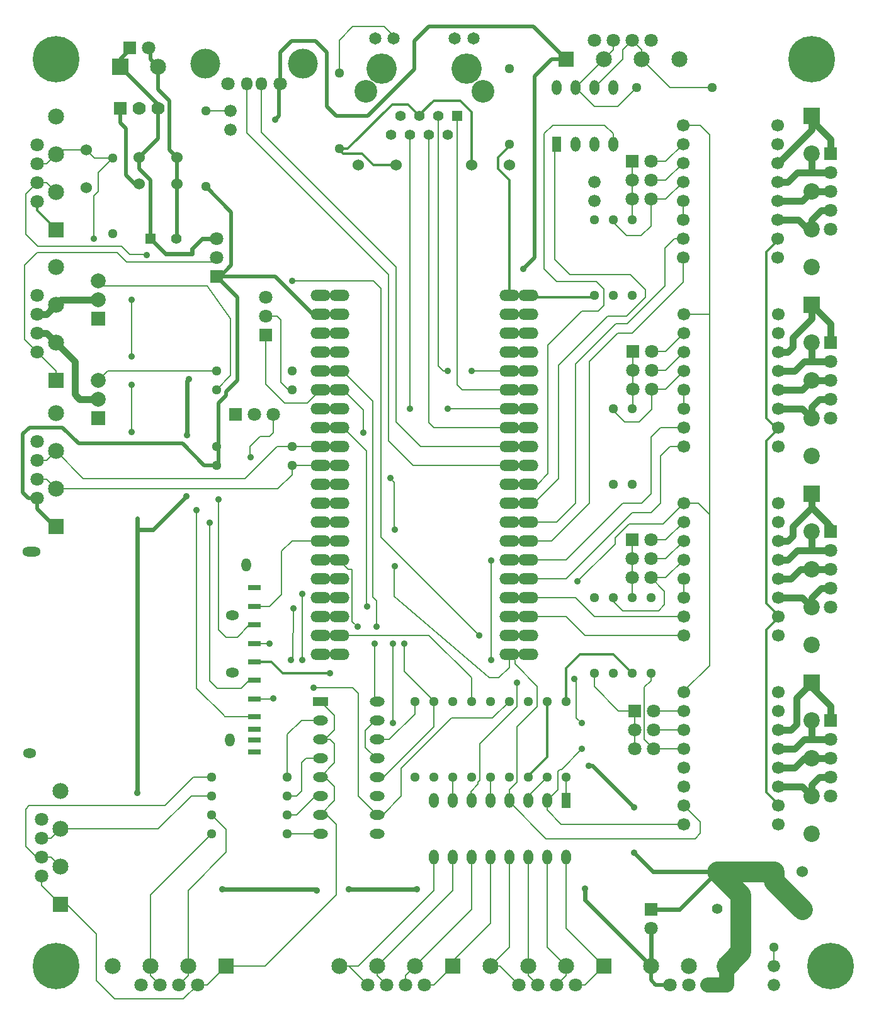
<source format=gtl>
G04 (created by PCBNEW-RS274X (2011-10-18 BZR 3179)-testing) date Mon 31 Oct 2011 11:48:22 PM CET*
G01*
G70*
G90*
%MOIN*%
G04 Gerber Fmt 3.4, Leading zero omitted, Abs format*
%FSLAX34Y34*%
G04 APERTURE LIST*
%ADD10C,0.006000*%
%ADD11R,0.084600X0.084600*%
%ADD12C,0.084600*%
%ADD13C,0.070900*%
%ADD14R,0.051200X0.078700*%
%ADD15O,0.051200X0.078700*%
%ADD16C,0.246100*%
%ADD17C,0.051200*%
%ADD18C,0.070000*%
%ADD19R,0.070000X0.070000*%
%ADD20C,0.066900*%
%ADD21R,0.078700X0.051200*%
%ADD22O,0.078700X0.051200*%
%ADD23R,0.086600X0.086600*%
%ADD24R,0.070900X0.070900*%
%ADD25C,0.086600*%
%ADD26O,0.106300X0.059100*%
%ADD27C,0.160000*%
%ADD28R,0.055000X0.055000*%
%ADD29C,0.055000*%
%ADD30C,0.120000*%
%ADD31C,0.065000*%
%ADD32C,0.060000*%
%ADD33C,0.066000*%
%ADD34C,0.078700*%
%ADD35R,0.074800X0.074800*%
%ADD36R,0.068900X0.027600*%
%ADD37O,0.050900X0.070400*%
%ADD38O,0.070400X0.050900*%
%ADD39O,0.097800X0.050900*%
%ADD40O,0.059100X0.070900*%
%ADD41C,0.157500*%
%ADD42C,0.035000*%
%ADD43C,0.013800*%
%ADD44C,0.019700*%
%ADD45C,0.008000*%
%ADD46C,0.035000*%
%ADD47C,0.023600*%
%ADD48C,0.109800*%
%ADD49C,0.079900*%
G04 APERTURE END LIST*
G54D10*
G54D11*
X49500Y-64000D03*
G54D12*
X47500Y-64000D03*
G54D13*
X48500Y-65000D03*
X47500Y-65000D03*
X46500Y-65000D03*
G54D12*
X45500Y-64000D03*
G54D14*
X40500Y-20500D03*
G54D15*
X41500Y-20500D03*
X42500Y-20500D03*
X43500Y-20500D03*
X43500Y-17500D03*
X42500Y-17500D03*
X41500Y-17500D03*
X40500Y-17500D03*
G54D16*
X14000Y-16000D03*
X54000Y-16000D03*
X14000Y-64000D03*
X55000Y-64000D03*
G54D17*
X26250Y-57000D03*
X22250Y-57000D03*
X41000Y-54000D03*
X41000Y-50000D03*
X40000Y-54000D03*
X40000Y-50000D03*
X21950Y-22750D03*
X21950Y-18750D03*
X26250Y-56000D03*
X22250Y-56000D03*
X37000Y-54000D03*
X37000Y-50000D03*
X45500Y-44500D03*
X45500Y-48500D03*
X35000Y-54000D03*
X35000Y-50000D03*
X33000Y-54000D03*
X33000Y-50000D03*
X42500Y-48500D03*
X42500Y-44500D03*
X34000Y-54000D03*
X34000Y-50000D03*
X38000Y-54000D03*
X38000Y-50000D03*
X26500Y-33500D03*
X22500Y-33500D03*
X43500Y-48500D03*
X43500Y-44500D03*
X26500Y-32500D03*
X22500Y-32500D03*
X44500Y-44500D03*
X44500Y-48500D03*
X43500Y-38500D03*
X43500Y-34500D03*
X17000Y-25250D03*
X17000Y-21250D03*
X44500Y-34500D03*
X44500Y-38500D03*
X36000Y-50000D03*
X36000Y-54000D03*
X43500Y-28500D03*
X43500Y-24500D03*
X26500Y-37500D03*
X22500Y-37500D03*
X26500Y-36500D03*
X22500Y-36500D03*
X44500Y-24500D03*
X44500Y-28500D03*
X52000Y-63000D03*
X52000Y-59000D03*
X42500Y-24500D03*
X42500Y-28500D03*
X29000Y-20750D03*
X29000Y-16750D03*
X38000Y-20500D03*
X38000Y-16500D03*
X48750Y-17500D03*
X44750Y-17500D03*
X39000Y-54000D03*
X39000Y-50000D03*
X26250Y-54000D03*
X22250Y-54000D03*
X26250Y-55000D03*
X22250Y-55000D03*
G54D18*
X19400Y-18600D03*
X18400Y-18600D03*
G54D19*
X17400Y-18600D03*
G54D11*
X14000Y-25050D03*
G54D12*
X14000Y-23050D03*
X14000Y-21050D03*
X14000Y-19050D03*
G54D13*
X13000Y-23550D03*
X13000Y-22550D03*
X13000Y-21550D03*
X13000Y-20550D03*
G54D20*
X47250Y-29500D03*
X47250Y-30500D03*
X47250Y-31500D03*
X47250Y-32500D03*
X47250Y-33500D03*
X47250Y-34500D03*
X47250Y-35500D03*
X47250Y-36500D03*
X52250Y-36500D03*
X52250Y-35500D03*
X52250Y-34500D03*
X52250Y-33500D03*
X52250Y-32500D03*
X52250Y-31500D03*
X52250Y-30500D03*
X52250Y-29500D03*
X47250Y-39500D03*
X47250Y-40500D03*
X47250Y-41500D03*
X47250Y-42500D03*
X47250Y-43500D03*
X47250Y-44500D03*
X47250Y-45500D03*
X47250Y-46500D03*
X52250Y-46500D03*
X52250Y-45500D03*
X52250Y-44500D03*
X52250Y-43500D03*
X52250Y-42500D03*
X52250Y-41500D03*
X52250Y-40500D03*
X52250Y-39500D03*
G54D11*
X41000Y-16000D03*
G54D12*
X43000Y-16000D03*
X45000Y-16000D03*
X47000Y-16000D03*
G54D13*
X42500Y-15000D03*
X43500Y-15000D03*
X44500Y-15000D03*
X45500Y-15000D03*
G54D14*
X41000Y-55250D03*
G54D15*
X40000Y-55250D03*
X39000Y-55250D03*
X38000Y-55250D03*
X37000Y-55250D03*
X36000Y-55250D03*
X35000Y-55250D03*
X34000Y-55250D03*
X34000Y-58250D03*
X35000Y-58250D03*
X36000Y-58250D03*
X37000Y-58250D03*
X38000Y-58250D03*
X39000Y-58250D03*
X40000Y-58250D03*
X41000Y-58250D03*
G54D21*
X28000Y-50000D03*
G54D22*
X28000Y-51000D03*
X28000Y-52000D03*
X28000Y-53000D03*
X28000Y-54000D03*
X28000Y-55000D03*
X28000Y-56000D03*
X28000Y-57000D03*
X31000Y-57000D03*
X31000Y-56000D03*
X31000Y-55000D03*
X31000Y-54000D03*
X31000Y-53000D03*
X31000Y-52000D03*
X31000Y-51000D03*
X31000Y-50000D03*
G54D23*
X17400Y-16400D03*
G54D12*
X19400Y-16400D03*
G54D24*
X17900Y-15400D03*
G54D13*
X18900Y-15400D03*
G54D11*
X14000Y-33000D03*
G54D12*
X14000Y-31000D03*
X14000Y-29000D03*
X14000Y-27000D03*
G54D13*
X13000Y-31500D03*
X13000Y-30500D03*
X13000Y-29500D03*
X13000Y-28500D03*
G54D11*
X14250Y-60750D03*
G54D12*
X14250Y-58750D03*
X14250Y-56750D03*
X14250Y-54750D03*
G54D13*
X13250Y-59250D03*
X13250Y-58250D03*
X13250Y-57250D03*
X13250Y-56250D03*
G54D11*
X23000Y-64000D03*
G54D12*
X21000Y-64000D03*
X19000Y-64000D03*
X17000Y-64000D03*
G54D13*
X21500Y-65000D03*
X20500Y-65000D03*
X19500Y-65000D03*
X18500Y-65000D03*
G54D11*
X43000Y-64000D03*
G54D12*
X41000Y-64000D03*
X39000Y-64000D03*
X37000Y-64000D03*
G54D13*
X41500Y-65000D03*
X40500Y-65000D03*
X39500Y-65000D03*
X38500Y-65000D03*
G54D11*
X14000Y-40750D03*
G54D12*
X14000Y-38750D03*
X14000Y-36750D03*
X14000Y-34750D03*
G54D13*
X13000Y-39250D03*
X13000Y-38250D03*
X13000Y-37250D03*
X13000Y-36250D03*
G54D11*
X35000Y-64000D03*
G54D12*
X33000Y-64000D03*
X31000Y-64000D03*
X29000Y-64000D03*
G54D13*
X33500Y-65000D03*
X32500Y-65000D03*
X31500Y-65000D03*
X30500Y-65000D03*
G54D23*
X54000Y-49000D03*
G54D25*
X54000Y-51000D03*
X54000Y-53000D03*
X54000Y-55000D03*
G54D24*
X55000Y-51000D03*
G54D13*
X55000Y-52000D03*
X55000Y-53000D03*
X55000Y-54000D03*
G54D25*
X54000Y-57000D03*
G54D13*
X55000Y-55000D03*
G54D23*
X54000Y-39000D03*
G54D25*
X54000Y-41000D03*
X54000Y-43000D03*
X54000Y-45000D03*
G54D24*
X55000Y-41000D03*
G54D13*
X55000Y-42000D03*
X55000Y-43000D03*
X55000Y-44000D03*
G54D25*
X54000Y-47000D03*
G54D13*
X55000Y-45000D03*
G54D23*
X54000Y-19000D03*
G54D25*
X54000Y-21000D03*
X54000Y-23000D03*
X54000Y-25000D03*
G54D24*
X55000Y-21000D03*
G54D13*
X55000Y-22000D03*
X55000Y-23000D03*
X55000Y-24000D03*
G54D25*
X54000Y-27000D03*
G54D13*
X55000Y-25000D03*
G54D23*
X54000Y-29000D03*
G54D25*
X54000Y-31000D03*
X54000Y-33000D03*
X54000Y-35000D03*
G54D24*
X55000Y-31000D03*
G54D13*
X55000Y-32000D03*
X55000Y-33000D03*
X55000Y-34000D03*
G54D25*
X54000Y-37000D03*
G54D13*
X55000Y-35000D03*
G54D26*
X39000Y-28500D03*
X39000Y-29500D03*
X39000Y-30500D03*
X39000Y-31500D03*
X39000Y-32500D03*
X39000Y-33500D03*
X39000Y-34500D03*
X39000Y-35500D03*
X39000Y-36500D03*
X39000Y-37500D03*
X39000Y-38500D03*
X39000Y-39500D03*
X39000Y-40500D03*
X39000Y-41500D03*
X39000Y-42500D03*
X39000Y-43500D03*
X39000Y-44500D03*
X39000Y-45500D03*
X39000Y-46500D03*
X39000Y-47500D03*
X28000Y-47500D03*
X28000Y-46500D03*
X28000Y-45500D03*
X28000Y-44500D03*
X28000Y-43500D03*
X28000Y-42500D03*
X28000Y-41500D03*
X28000Y-40500D03*
X28000Y-39500D03*
X28000Y-38500D03*
X28000Y-37500D03*
X28000Y-36500D03*
X28000Y-35500D03*
X28000Y-34500D03*
X28000Y-33500D03*
X28000Y-32500D03*
X28000Y-31500D03*
X28000Y-30500D03*
X28000Y-29500D03*
X28000Y-28500D03*
X29000Y-28500D03*
X29000Y-29500D03*
X29000Y-30500D03*
X29000Y-31500D03*
X29000Y-32500D03*
X29000Y-33500D03*
X29000Y-34500D03*
X29000Y-35500D03*
X29000Y-36500D03*
X29000Y-37500D03*
X29000Y-38500D03*
X29000Y-39500D03*
X29000Y-40500D03*
X29000Y-41500D03*
X29000Y-42500D03*
X29000Y-43500D03*
X29000Y-44500D03*
X29000Y-45500D03*
X29000Y-46500D03*
X29000Y-47500D03*
X38000Y-47500D03*
X38000Y-46500D03*
X38000Y-45500D03*
X38000Y-44500D03*
X38000Y-43500D03*
X38000Y-42500D03*
X38000Y-41500D03*
X38000Y-40500D03*
X38000Y-39500D03*
X38000Y-38500D03*
X38000Y-37500D03*
X38000Y-36500D03*
X38000Y-35500D03*
X38000Y-34500D03*
X38000Y-33500D03*
X38000Y-32500D03*
X38000Y-31500D03*
X38000Y-30500D03*
X38000Y-29500D03*
X38000Y-28500D03*
G54D24*
X44660Y-50500D03*
G54D13*
X45660Y-50500D03*
X44660Y-51500D03*
X45660Y-51500D03*
X44660Y-52500D03*
X45660Y-52500D03*
G54D24*
X44500Y-21420D03*
G54D13*
X45500Y-21420D03*
X44500Y-22420D03*
X45500Y-22420D03*
X44500Y-23420D03*
X45500Y-23420D03*
G54D24*
X44500Y-41460D03*
G54D13*
X45500Y-41460D03*
X44500Y-42460D03*
X45500Y-42460D03*
X44500Y-43460D03*
X45500Y-43460D03*
G54D24*
X44540Y-31480D03*
G54D13*
X45540Y-31480D03*
X44540Y-32480D03*
X45540Y-32480D03*
X44540Y-33480D03*
X45540Y-33480D03*
G54D20*
X47200Y-19500D03*
X47200Y-20500D03*
X47200Y-21500D03*
X47200Y-22500D03*
X47200Y-23500D03*
X47200Y-24500D03*
X47200Y-25500D03*
X47200Y-26500D03*
X52200Y-26500D03*
X52200Y-25500D03*
X52200Y-24500D03*
X52200Y-23500D03*
X52200Y-22500D03*
X52200Y-21500D03*
X52200Y-20500D03*
X52200Y-19500D03*
X47250Y-49500D03*
X47250Y-50500D03*
X47250Y-51500D03*
X47250Y-52500D03*
X47250Y-53500D03*
X47250Y-54500D03*
X47250Y-55500D03*
X47250Y-56500D03*
X52250Y-56500D03*
X52250Y-55500D03*
X52250Y-54500D03*
X52250Y-53500D03*
X52250Y-52500D03*
X52250Y-51500D03*
X52250Y-50500D03*
X52250Y-49500D03*
G54D24*
X22500Y-27500D03*
G54D13*
X22500Y-26500D03*
X22500Y-25500D03*
G54D27*
X31250Y-16500D03*
X35750Y-16500D03*
G54D28*
X35250Y-19000D03*
G54D29*
X34750Y-20000D03*
X34250Y-19000D03*
X33750Y-20000D03*
X33250Y-19000D03*
X32750Y-20000D03*
X32250Y-19000D03*
X31750Y-20000D03*
G54D30*
X36600Y-17700D03*
X30400Y-17700D03*
G54D31*
X36100Y-14900D03*
X35110Y-14900D03*
X31890Y-14900D03*
X30900Y-14900D03*
G54D32*
X53500Y-59000D03*
X53500Y-61000D03*
X15600Y-22800D03*
X15600Y-20800D03*
X38000Y-21600D03*
X36000Y-21600D03*
X30000Y-21600D03*
X32000Y-21600D03*
X20400Y-21200D03*
X18400Y-21200D03*
X20400Y-22600D03*
X18400Y-22600D03*
G54D33*
X42500Y-23500D03*
X42500Y-22500D03*
X23250Y-18750D03*
X23250Y-19750D03*
G54D28*
X49000Y-59000D03*
G54D29*
X49000Y-60969D03*
G54D28*
X19000Y-25500D03*
G54D29*
X20378Y-25500D03*
G54D34*
X16250Y-33000D03*
X16250Y-34000D03*
G54D35*
X16250Y-35000D03*
G54D34*
X16250Y-27750D03*
X16250Y-28750D03*
G54D35*
X16250Y-29750D03*
G54D24*
X45500Y-61000D03*
G54D13*
X45500Y-62000D03*
G54D24*
X23500Y-34800D03*
G54D13*
X24500Y-34800D03*
X25500Y-34800D03*
G54D24*
X25100Y-30600D03*
G54D13*
X25100Y-29600D03*
X25100Y-28600D03*
G54D36*
X24500Y-44978D03*
X24500Y-45957D03*
X24500Y-46935D03*
X24500Y-47913D03*
X24500Y-48890D03*
X24500Y-49869D03*
X24500Y-50818D03*
X24500Y-51483D03*
X24500Y-43963D03*
X24500Y-52050D03*
X24500Y-52676D03*
G54D37*
X24081Y-42770D03*
G54D38*
X23364Y-45443D03*
X23364Y-48463D03*
X12616Y-52758D03*
G54D37*
X23222Y-52053D03*
G54D39*
X12719Y-42085D03*
G54D40*
X24105Y-17320D03*
X24895Y-17320D03*
G54D13*
X23125Y-17320D03*
G54D41*
X21915Y-16250D03*
X27085Y-16250D03*
G54D13*
X25875Y-17320D03*
G54D33*
X52000Y-64000D03*
X52000Y-65000D03*
G54D42*
X28500Y-48500D03*
X38750Y-27100D03*
X25600Y-19200D03*
X25300Y-46950D03*
X25500Y-49850D03*
X16000Y-25500D03*
X18000Y-28750D03*
X18000Y-31750D03*
X18000Y-33250D03*
X18000Y-35750D03*
X41620Y-43660D03*
X31950Y-42850D03*
X24325Y-37075D03*
X31700Y-38175D03*
X31950Y-40925D03*
X36400Y-46500D03*
X26500Y-27750D03*
X41454Y-48804D03*
X41846Y-51156D03*
X41846Y-52528D03*
X30870Y-46942D03*
X29988Y-46060D03*
X30478Y-44982D03*
X32438Y-46942D03*
X21457Y-39862D03*
X22600Y-39300D03*
X22146Y-40551D03*
X34750Y-34500D03*
X32750Y-34500D03*
X36000Y-32500D03*
X34750Y-32500D03*
X18825Y-26375D03*
X30282Y-35770D03*
X37044Y-42532D03*
X38416Y-49000D03*
X37044Y-47824D03*
X30968Y-46060D03*
X31850Y-51156D03*
X31850Y-46942D03*
X27636Y-49294D03*
X26460Y-47824D03*
X26575Y-45075D03*
X27048Y-47824D03*
X27048Y-44296D03*
X42000Y-59900D03*
X33100Y-59950D03*
X29500Y-59950D03*
X27800Y-60000D03*
X22800Y-59950D03*
X18300Y-54850D03*
X20900Y-39150D03*
X20950Y-35900D03*
X21050Y-32950D03*
X52250Y-49500D03*
X44600Y-58000D03*
X42200Y-53400D03*
X44600Y-55600D03*
G54D43*
X26000Y-48500D02*
X25413Y-47913D01*
X39000Y-53950D02*
X40000Y-52950D01*
X44500Y-48500D02*
X43500Y-47500D01*
X41000Y-48250D02*
X41000Y-50000D01*
X41750Y-47500D02*
X41000Y-48250D01*
X43500Y-47500D02*
X41750Y-47500D01*
X33250Y-19000D02*
X33250Y-18950D01*
X36000Y-18800D02*
X36000Y-21600D01*
X35400Y-18200D02*
X36000Y-18800D01*
X34000Y-18200D02*
X35400Y-18200D01*
X33250Y-18950D02*
X34000Y-18200D01*
X29000Y-20750D02*
X29450Y-20750D01*
X32650Y-18400D02*
X33250Y-19000D01*
X31800Y-18400D02*
X32650Y-18400D01*
X29450Y-20750D02*
X31800Y-18400D01*
X52250Y-35500D02*
X52200Y-35600D01*
X52200Y-35600D02*
X51600Y-35000D01*
X51600Y-35000D02*
X51600Y-26200D01*
X51600Y-26200D02*
X52200Y-25600D01*
X52200Y-25600D02*
X52200Y-25500D01*
X52250Y-45500D02*
X52200Y-45600D01*
X52200Y-45600D02*
X51600Y-46200D01*
X51600Y-46200D02*
X51600Y-54800D01*
X51600Y-54800D02*
X52200Y-55400D01*
X52200Y-55400D02*
X52200Y-55600D01*
X52200Y-55600D02*
X52250Y-55500D01*
X52250Y-35500D02*
X52200Y-35600D01*
X52200Y-35600D02*
X51600Y-36200D01*
X51600Y-36200D02*
X51600Y-44800D01*
X51600Y-44800D02*
X52200Y-45400D01*
X52200Y-45400D02*
X52200Y-45600D01*
X52200Y-45600D02*
X52250Y-45500D01*
X38000Y-20500D02*
X38000Y-20600D01*
X38000Y-20600D02*
X37400Y-21200D01*
X37400Y-21200D02*
X37400Y-21800D01*
X25413Y-47913D02*
X24500Y-47913D01*
X38000Y-22400D02*
X38000Y-28500D01*
X39000Y-54000D02*
X39000Y-53950D01*
X40000Y-52950D02*
X40000Y-50000D01*
X32000Y-21600D02*
X30800Y-21600D01*
X30800Y-21600D02*
X30200Y-21000D01*
X30200Y-21000D02*
X29200Y-21000D01*
X29200Y-21000D02*
X29000Y-20800D01*
X29000Y-20800D02*
X29000Y-20750D01*
X14000Y-25050D02*
X14000Y-25000D01*
X14000Y-25000D02*
X13000Y-24000D01*
X13000Y-24000D02*
X13000Y-23550D01*
X39000Y-28500D02*
X39000Y-28600D01*
X39000Y-28600D02*
X42600Y-28600D01*
X42600Y-28600D02*
X42500Y-28500D01*
X28500Y-48500D02*
X26000Y-48500D01*
X37400Y-21800D02*
X38000Y-22400D01*
G54D44*
X17717Y-19686D02*
X17400Y-19369D01*
X17400Y-19369D02*
X17400Y-18600D01*
X18171Y-22600D02*
X17717Y-22146D01*
X25875Y-17320D02*
X25875Y-15660D01*
X39272Y-14272D02*
X41000Y-16000D01*
X33760Y-14272D02*
X39272Y-14272D01*
X32972Y-15060D02*
X33760Y-14272D01*
X32972Y-16536D02*
X32972Y-15060D01*
X30512Y-18996D02*
X32972Y-16536D01*
X28838Y-18996D02*
X30512Y-18996D01*
X28346Y-18504D02*
X28838Y-18996D01*
X28346Y-15649D02*
X28346Y-18504D01*
X27756Y-15059D02*
X28346Y-15649D01*
X26476Y-15059D02*
X27756Y-15059D01*
X25875Y-15660D02*
X26476Y-15059D01*
X22500Y-37500D02*
X21850Y-37500D01*
X12550Y-39250D02*
X13000Y-39250D01*
X12250Y-38950D02*
X12550Y-39250D01*
X12250Y-35850D02*
X12250Y-38950D01*
X12600Y-35500D02*
X12250Y-35850D01*
X14350Y-35500D02*
X12600Y-35500D01*
X15200Y-36350D02*
X14350Y-35500D01*
X20700Y-36350D02*
X15200Y-36350D01*
X21850Y-37500D02*
X20700Y-36350D01*
X25800Y-19000D02*
X25800Y-17400D01*
X38750Y-27100D02*
X39350Y-26500D01*
X39350Y-26500D02*
X39350Y-16900D01*
X39350Y-16900D02*
X40250Y-16000D01*
X40250Y-16000D02*
X41000Y-16000D01*
X25600Y-19200D02*
X25800Y-19000D01*
X17717Y-22146D02*
X17717Y-19686D01*
X25800Y-17400D02*
X25875Y-17320D01*
X22500Y-27500D02*
X23600Y-28600D01*
X23600Y-28600D02*
X23600Y-33000D01*
X23600Y-33000D02*
X23000Y-33600D01*
X23000Y-33600D02*
X23000Y-33800D01*
X23000Y-33800D02*
X22600Y-34200D01*
X22600Y-34200D02*
X22600Y-36600D01*
X22600Y-36600D02*
X22500Y-36500D01*
X21950Y-22750D02*
X23296Y-24096D01*
X23296Y-24096D02*
X23296Y-26900D01*
X23296Y-26900D02*
X22600Y-27596D01*
X22600Y-27596D02*
X22600Y-27600D01*
X22600Y-27600D02*
X22500Y-27500D01*
X14000Y-40750D02*
X14000Y-40800D01*
X13000Y-39800D02*
X13000Y-39250D01*
X14000Y-40800D02*
X13000Y-39800D01*
X22500Y-37500D02*
X22600Y-37600D01*
X22600Y-37600D02*
X22600Y-36600D01*
X22600Y-36600D02*
X22500Y-36500D01*
X22500Y-27500D02*
X25600Y-27500D01*
X27600Y-29500D02*
X28000Y-29500D01*
X18400Y-22600D02*
X18171Y-22600D01*
X25600Y-27500D02*
X27600Y-29500D01*
G54D45*
X24500Y-46935D02*
X25285Y-46935D01*
X25285Y-46935D02*
X25300Y-46950D01*
X24500Y-49869D02*
X25381Y-49869D01*
X25450Y-49800D02*
X25500Y-49850D01*
X25381Y-49869D02*
X25450Y-49800D01*
X31000Y-51000D02*
X30968Y-50960D01*
X30968Y-50960D02*
X30380Y-51548D01*
X30380Y-51548D02*
X30380Y-52430D01*
X30380Y-52430D02*
X30968Y-53018D01*
X30968Y-53018D02*
X31000Y-53000D01*
G54D44*
X20400Y-21200D02*
X20000Y-20800D01*
X20000Y-20800D02*
X20000Y-18200D01*
X20000Y-18200D02*
X19400Y-17600D01*
X19400Y-17600D02*
X19400Y-16400D01*
X20400Y-22600D02*
X20400Y-25600D01*
X19400Y-16400D02*
X19000Y-16000D01*
X19000Y-16000D02*
X19000Y-15400D01*
X19000Y-15400D02*
X18900Y-15400D01*
X20400Y-22600D02*
X20400Y-21200D01*
X20400Y-25600D02*
X20378Y-25500D01*
G54D46*
X54500Y-24000D02*
X55000Y-24000D01*
X52200Y-24500D02*
X53300Y-24500D01*
X53300Y-24500D02*
X53800Y-25000D01*
G54D45*
X54000Y-24500D02*
X54500Y-24000D01*
X54500Y-24000D02*
X55000Y-24000D01*
G54D46*
X53800Y-25000D02*
X54000Y-25000D01*
X54000Y-24500D02*
X54500Y-24000D01*
X54000Y-25000D02*
X54000Y-24500D01*
G54D45*
X54000Y-19250D02*
X55000Y-20250D01*
X52250Y-21500D02*
X54000Y-19750D01*
G54D46*
X52200Y-21500D02*
X52250Y-21500D01*
X54000Y-19750D02*
X54000Y-19000D01*
G54D45*
X54000Y-19750D02*
X54000Y-19000D01*
G54D46*
X52250Y-21500D02*
X54000Y-19750D01*
G54D45*
X55000Y-20250D02*
X55000Y-21000D01*
G54D46*
X55000Y-20250D02*
X55000Y-21000D01*
X54000Y-19250D02*
X55000Y-20250D01*
X54000Y-19000D02*
X54000Y-19250D01*
X54000Y-29750D02*
X54000Y-29000D01*
G54D45*
X53000Y-30750D02*
X54000Y-29750D01*
G54D46*
X53000Y-31250D02*
X53000Y-30750D01*
X53000Y-30750D02*
X54000Y-29750D01*
X54000Y-29000D02*
X55000Y-30000D01*
G54D45*
X55000Y-31000D02*
X55000Y-30000D01*
X54000Y-29750D02*
X54000Y-29000D01*
G54D46*
X52750Y-31500D02*
X53000Y-31250D01*
G54D45*
X53000Y-31250D02*
X53000Y-30750D01*
X52750Y-31500D02*
X53000Y-31250D01*
G54D46*
X52250Y-31500D02*
X52750Y-31500D01*
X55000Y-30000D02*
X55000Y-31000D01*
G54D45*
X44500Y-23420D02*
X44500Y-24500D01*
X44500Y-21420D02*
X44500Y-22420D01*
X44500Y-22420D02*
X44500Y-23420D01*
X46280Y-22420D02*
X47200Y-21500D01*
X45500Y-22420D02*
X46280Y-22420D01*
X46280Y-21420D02*
X47200Y-20500D01*
X45500Y-21420D02*
X46280Y-21420D01*
X46220Y-44880D02*
X46220Y-44180D01*
X46290Y-43460D02*
X47250Y-42500D01*
X45900Y-45200D02*
X46220Y-44880D01*
X45500Y-43460D02*
X46290Y-43460D01*
X44000Y-45200D02*
X45900Y-45200D01*
X43500Y-44500D02*
X43500Y-44700D01*
X43500Y-44700D02*
X44000Y-45200D01*
X46220Y-44180D02*
X45500Y-43460D01*
X44500Y-41460D02*
X44500Y-42460D01*
X44500Y-42460D02*
X44500Y-43460D01*
X44500Y-44500D02*
X44500Y-41460D01*
X47250Y-44500D02*
X47250Y-43500D01*
X45500Y-42460D02*
X46290Y-42460D01*
X46290Y-42460D02*
X47250Y-41500D01*
X46290Y-41460D02*
X47250Y-40500D01*
X45500Y-41460D02*
X46290Y-41460D01*
X46270Y-32480D02*
X47250Y-31500D01*
X45540Y-32480D02*
X46270Y-32480D01*
X46270Y-31480D02*
X47250Y-30500D01*
X45540Y-31480D02*
X46270Y-31480D01*
X44540Y-31480D02*
X44540Y-34460D01*
X44540Y-34460D02*
X44500Y-34500D01*
X44540Y-32480D02*
X44540Y-33480D01*
X44540Y-31480D02*
X44540Y-32480D01*
X22250Y-26750D02*
X17750Y-26750D01*
X14000Y-32500D02*
X13000Y-31500D01*
X13000Y-26250D02*
X12350Y-26900D01*
X17750Y-26750D02*
X17250Y-26250D01*
X12350Y-26900D02*
X12350Y-30850D01*
X17250Y-26250D02*
X13000Y-26250D01*
X14000Y-33000D02*
X14000Y-32500D01*
X22500Y-26500D02*
X22250Y-26750D01*
X12350Y-30850D02*
X13000Y-31500D01*
X44000Y-16000D02*
X44000Y-15500D01*
X42500Y-17500D02*
X44000Y-16000D01*
X45000Y-15500D02*
X45000Y-16000D01*
X45000Y-16000D02*
X46500Y-17500D01*
X46500Y-17500D02*
X48750Y-17500D01*
X44000Y-15500D02*
X44500Y-15000D01*
X44500Y-15000D02*
X45000Y-15500D01*
X43000Y-16000D02*
X43500Y-15500D01*
X41500Y-17500D02*
X43000Y-16000D01*
X43500Y-15500D02*
X43500Y-15000D01*
X41500Y-17500D02*
X42500Y-18500D01*
X43750Y-18500D02*
X44750Y-17500D01*
X42500Y-18500D02*
X43750Y-18500D01*
X15600Y-20800D02*
X14250Y-20800D01*
X13000Y-21550D02*
X13500Y-21550D01*
X36000Y-50000D02*
X36000Y-48750D01*
X33750Y-46500D02*
X28000Y-46500D01*
X16250Y-22000D02*
X16250Y-23000D01*
X18000Y-28750D02*
X18000Y-31750D01*
X17000Y-21250D02*
X16250Y-22000D01*
X18000Y-33250D02*
X18000Y-35750D01*
X16000Y-23250D02*
X16000Y-25500D01*
X36000Y-48750D02*
X33750Y-46500D01*
X17000Y-21250D02*
X16050Y-21250D01*
X16050Y-21250D02*
X15600Y-20800D01*
X14250Y-20800D02*
X14000Y-21050D01*
X28000Y-46500D02*
X29000Y-46500D01*
X16250Y-23000D02*
X16000Y-23250D01*
X13500Y-21550D02*
X14000Y-21050D01*
G54D46*
X14000Y-31000D02*
X13600Y-30600D01*
X13000Y-30500D02*
X13500Y-30500D01*
X15250Y-34000D02*
X15000Y-33750D01*
G54D45*
X15000Y-32000D02*
X15000Y-33750D01*
G54D46*
X13500Y-30500D02*
X14000Y-31000D01*
X15000Y-32000D02*
X14000Y-31000D01*
X16250Y-34000D02*
X15250Y-34000D01*
X15000Y-33750D02*
X15000Y-32000D01*
G54D45*
X16750Y-32500D02*
X22500Y-32500D01*
X16250Y-33000D02*
X16750Y-32500D01*
X16500Y-28000D02*
X16250Y-27750D01*
X22500Y-33500D02*
X23250Y-32750D01*
X23250Y-32750D02*
X23250Y-29750D01*
X16500Y-28000D02*
X22000Y-28000D01*
X22000Y-28000D02*
X23250Y-29750D01*
X26300Y-33500D02*
X26500Y-33500D01*
X25900Y-29800D02*
X25900Y-33100D01*
X25700Y-29600D02*
X25900Y-29800D01*
X25100Y-29600D02*
X25700Y-29600D01*
X25900Y-33100D02*
X26300Y-33500D01*
G54D46*
X53500Y-34500D02*
X54000Y-35000D01*
X52250Y-34500D02*
X53500Y-34500D01*
G54D45*
X53500Y-34500D02*
X54000Y-35000D01*
G54D46*
X54000Y-35000D02*
X54000Y-34400D01*
X54400Y-34000D02*
X55000Y-34000D01*
X54000Y-34400D02*
X54400Y-34000D01*
G54D45*
X41000Y-43500D02*
X38000Y-43500D01*
X44500Y-40000D02*
X41000Y-43500D01*
X45500Y-40000D02*
X44500Y-40000D01*
X46000Y-39500D02*
X45500Y-40000D01*
X46000Y-37000D02*
X46000Y-39500D01*
X46500Y-36500D02*
X46000Y-37000D01*
X47250Y-36500D02*
X46500Y-36500D01*
X47200Y-19500D02*
X48100Y-19500D01*
X43600Y-41360D02*
X44360Y-40600D01*
X46150Y-40600D02*
X47250Y-39500D01*
X44360Y-40600D02*
X46150Y-40600D01*
X43600Y-41680D02*
X43600Y-41360D01*
X41620Y-43660D02*
X43600Y-41680D01*
X47250Y-29500D02*
X48600Y-29500D01*
X28000Y-34500D02*
X29000Y-34500D01*
X48600Y-20000D02*
X48600Y-29500D01*
X48100Y-19500D02*
X48600Y-20000D01*
X48600Y-29500D02*
X48600Y-40300D01*
X47250Y-49500D02*
X47250Y-49450D01*
X47250Y-49450D02*
X48600Y-48100D01*
X48600Y-48100D02*
X48600Y-40300D01*
X48000Y-39500D02*
X47250Y-39500D01*
X48600Y-40100D02*
X48000Y-39500D01*
X48600Y-40300D02*
X48600Y-40100D01*
G54D46*
X52250Y-43500D02*
X52900Y-43500D01*
G54D45*
X53000Y-43500D02*
X52250Y-43500D01*
X54000Y-43000D02*
X53500Y-43000D01*
X53500Y-43000D02*
X53000Y-43500D01*
X54000Y-43000D02*
X55000Y-43000D01*
G54D46*
X53400Y-43000D02*
X55000Y-43000D01*
X52900Y-43500D02*
X53400Y-43000D01*
G54D45*
X54500Y-44000D02*
X54000Y-44500D01*
G54D46*
X53500Y-44500D02*
X54000Y-45000D01*
G54D45*
X55000Y-44000D02*
X54500Y-44000D01*
G54D46*
X54000Y-45000D02*
X54000Y-44500D01*
X54500Y-44000D02*
X55000Y-44000D01*
G54D45*
X53500Y-44500D02*
X54000Y-45000D01*
G54D46*
X54000Y-44500D02*
X54500Y-44000D01*
X52250Y-44500D02*
X53500Y-44500D01*
G54D45*
X38000Y-45500D02*
X39000Y-45500D01*
X42000Y-46500D02*
X47250Y-46500D01*
X41000Y-45500D02*
X42000Y-46500D01*
X39000Y-45500D02*
X41000Y-45500D01*
X38024Y-47530D02*
X38318Y-47824D01*
X31900Y-44450D02*
X31900Y-42900D01*
X36950Y-48750D02*
X31900Y-44450D01*
X37450Y-48750D02*
X36950Y-48750D01*
X31925Y-40900D02*
X31925Y-38400D01*
X38000Y-48200D02*
X37450Y-48750D01*
X31925Y-38400D02*
X31700Y-38175D01*
X24325Y-37075D02*
X24275Y-37025D01*
X24275Y-37025D02*
X24275Y-36525D01*
X24275Y-36525D02*
X24825Y-35975D01*
X25300Y-35975D02*
X25500Y-35775D01*
X38000Y-47500D02*
X38000Y-48200D01*
X31900Y-42900D02*
X31950Y-42850D01*
X38000Y-55250D02*
X38000Y-55322D01*
X48130Y-56380D02*
X47250Y-55500D01*
X48130Y-56988D02*
X48130Y-56380D01*
X47835Y-57283D02*
X48130Y-56988D01*
X39961Y-57283D02*
X47835Y-57283D01*
X38000Y-55322D02*
X39961Y-57283D01*
X38000Y-47500D02*
X38024Y-47530D01*
X24825Y-35975D02*
X25300Y-35975D01*
X38318Y-47824D02*
X38318Y-48020D01*
X38318Y-48020D02*
X39495Y-49197D01*
X39495Y-49197D02*
X39495Y-50273D01*
X39495Y-50273D02*
X38416Y-51352D01*
X38416Y-51352D02*
X38416Y-54292D01*
X38416Y-54292D02*
X38024Y-54684D01*
X38024Y-54684D02*
X38024Y-55272D01*
X38024Y-55272D02*
X38000Y-55250D01*
X31950Y-40925D02*
X31925Y-40900D01*
X25500Y-35775D02*
X25500Y-34800D01*
G54D46*
X54400Y-54000D02*
X54000Y-54400D01*
X54000Y-54400D02*
X54000Y-55000D01*
X52250Y-54500D02*
X53500Y-54500D01*
X53500Y-54500D02*
X54000Y-55000D01*
X55000Y-54000D02*
X54400Y-54000D01*
G54D45*
X41552Y-48934D02*
X41552Y-48804D01*
X31200Y-30200D02*
X31200Y-41300D01*
X30800Y-27750D02*
X26500Y-27750D01*
X31200Y-28150D02*
X30800Y-27750D01*
X41454Y-48804D02*
X41454Y-48836D01*
X41454Y-48836D02*
X41552Y-48934D01*
X40000Y-55250D02*
X39984Y-55272D01*
X41552Y-50862D02*
X41552Y-48934D01*
X41846Y-51156D02*
X41552Y-50862D01*
X40768Y-53606D02*
X41846Y-52528D01*
X40670Y-53606D02*
X40768Y-53606D01*
X40572Y-53704D02*
X40670Y-53606D01*
X40572Y-54684D02*
X40572Y-53704D01*
X39984Y-55272D02*
X40572Y-54684D01*
X31200Y-30200D02*
X31200Y-28150D01*
X40000Y-55250D02*
X40000Y-55750D01*
X40750Y-56500D02*
X47250Y-56500D01*
X40000Y-55750D02*
X40750Y-56500D01*
X39000Y-46500D02*
X38000Y-46500D01*
X31200Y-41300D02*
X36400Y-46500D01*
X38000Y-44500D02*
X41500Y-44500D01*
X41500Y-44500D02*
X42500Y-45500D01*
X42500Y-45500D02*
X47250Y-45500D01*
X29000Y-47500D02*
X28000Y-47500D01*
X43500Y-19950D02*
X43500Y-20500D01*
X43000Y-28182D02*
X42600Y-27782D01*
X40532Y-27782D02*
X39850Y-27100D01*
X42600Y-27782D02*
X40532Y-27782D01*
X39000Y-38500D02*
X39500Y-38500D01*
X43000Y-29050D02*
X43000Y-28182D01*
X42700Y-29350D02*
X43000Y-29050D01*
X41850Y-29350D02*
X42700Y-29350D01*
X40050Y-31150D02*
X41850Y-29350D01*
X40050Y-37950D02*
X40050Y-31150D01*
X39500Y-38500D02*
X40050Y-37950D01*
X40300Y-19500D02*
X43050Y-19500D01*
X39850Y-19950D02*
X40300Y-19500D01*
X39850Y-27100D02*
X39850Y-19950D01*
X43050Y-19500D02*
X43500Y-19950D01*
X45500Y-36000D02*
X45500Y-39000D01*
X47250Y-35500D02*
X46000Y-35500D01*
X41000Y-42500D02*
X38000Y-42500D01*
X45500Y-39000D02*
X45000Y-39500D01*
X46000Y-35500D02*
X45500Y-36000D01*
X44000Y-39500D02*
X41000Y-42500D01*
X45000Y-39500D02*
X44000Y-39500D01*
X30968Y-49980D02*
X30870Y-49882D01*
X31000Y-50000D02*
X30968Y-49980D01*
X29988Y-46060D02*
X29694Y-45766D01*
X29694Y-43022D02*
X29498Y-43022D01*
X29498Y-43022D02*
X29008Y-42532D01*
X29008Y-42532D02*
X29000Y-42500D01*
X30870Y-49882D02*
X30870Y-46942D01*
X29694Y-45766D02*
X29694Y-43022D01*
X21950Y-18750D02*
X23250Y-18750D01*
X52000Y-63000D02*
X52000Y-64000D01*
X19000Y-64000D02*
X19000Y-60250D01*
X19000Y-64500D02*
X19500Y-65000D01*
X19000Y-64000D02*
X19000Y-64500D01*
X19000Y-60250D02*
X22250Y-57000D01*
X23031Y-57973D02*
X23031Y-56781D01*
X21000Y-64000D02*
X21000Y-64500D01*
X21000Y-60004D02*
X23031Y-57973D01*
X23031Y-56781D02*
X22250Y-56000D01*
X21000Y-64500D02*
X20500Y-65000D01*
X21000Y-64000D02*
X21000Y-60004D01*
X14250Y-56750D02*
X19431Y-56750D01*
X13750Y-57250D02*
X14250Y-56750D01*
X13250Y-57250D02*
X13750Y-57250D01*
X19431Y-56750D02*
X21181Y-55000D01*
X21181Y-55000D02*
X22250Y-55000D01*
X34006Y-49980D02*
X32438Y-48412D01*
X30434Y-36734D02*
X29200Y-35500D01*
X32438Y-48412D02*
X32438Y-46942D01*
X30478Y-44982D02*
X30434Y-44938D01*
X30434Y-44938D02*
X30434Y-36800D01*
X30434Y-36800D02*
X30434Y-36804D01*
X30434Y-36800D02*
X30434Y-36734D01*
X29200Y-35500D02*
X29000Y-35500D01*
X34000Y-51335D02*
X34000Y-50000D01*
X31335Y-54000D02*
X34000Y-51335D01*
X28000Y-35500D02*
X29000Y-35500D01*
X29008Y-35476D02*
X29000Y-35500D01*
X31000Y-54000D02*
X31335Y-54000D01*
X34000Y-50000D02*
X34006Y-49980D01*
X27000Y-57000D02*
X28000Y-57000D01*
X26250Y-57000D02*
X27000Y-57000D01*
X27750Y-55000D02*
X26750Y-56000D01*
X28000Y-55000D02*
X27750Y-55000D01*
X26750Y-56000D02*
X26250Y-56000D01*
X26750Y-55000D02*
X26250Y-55000D01*
X27000Y-54750D02*
X26750Y-55000D01*
X27000Y-53250D02*
X27000Y-54750D01*
X27250Y-53000D02*
X27000Y-53250D01*
X28000Y-53000D02*
X27250Y-53000D01*
X14250Y-60750D02*
X14588Y-60750D01*
X28000Y-50000D02*
X28750Y-50750D01*
X20752Y-65748D02*
X21500Y-65000D01*
X17126Y-65748D02*
X20752Y-65748D01*
X16142Y-64764D02*
X17126Y-65748D01*
X23000Y-64000D02*
X25075Y-64000D01*
X14588Y-60750D02*
X16142Y-62304D01*
X21500Y-65000D02*
X22000Y-65000D01*
X22000Y-65000D02*
X23000Y-64000D01*
X13250Y-59250D02*
X13250Y-59750D01*
X13250Y-59750D02*
X14250Y-60750D01*
X28750Y-51500D02*
X28250Y-52000D01*
X28750Y-50750D02*
X28750Y-51500D01*
X28839Y-56496D02*
X28343Y-56000D01*
X28250Y-52000D02*
X28000Y-52000D01*
X28000Y-52000D02*
X28500Y-52000D01*
X28750Y-53250D02*
X28000Y-54000D01*
X28750Y-52250D02*
X28750Y-53250D01*
X28500Y-52000D02*
X28750Y-52250D01*
X28000Y-54000D02*
X28250Y-54000D01*
X28250Y-54000D02*
X28750Y-54500D01*
X28750Y-54500D02*
X28750Y-55250D01*
X28750Y-55250D02*
X28000Y-56000D01*
X28343Y-56000D02*
X28000Y-56000D01*
X16142Y-62304D02*
X16142Y-64764D01*
X28839Y-60236D02*
X28839Y-56496D01*
X25075Y-64000D02*
X28839Y-60236D01*
X27000Y-51000D02*
X26250Y-51750D01*
X28000Y-51000D02*
X27000Y-51000D01*
X26250Y-51750D02*
X26250Y-54000D01*
X12402Y-57678D02*
X12402Y-55708D01*
X21295Y-54000D02*
X22250Y-54000D01*
X13750Y-58250D02*
X14250Y-58750D01*
X13250Y-58250D02*
X13750Y-58250D01*
X13250Y-58250D02*
X12974Y-58250D01*
X12598Y-55512D02*
X19783Y-55512D01*
X12402Y-55708D02*
X12598Y-55512D01*
X19783Y-55512D02*
X21295Y-54000D01*
X12974Y-58250D02*
X12402Y-57678D01*
X31000Y-64500D02*
X31500Y-65000D01*
X31000Y-64000D02*
X32500Y-62500D01*
X32500Y-62500D02*
X35000Y-60000D01*
X35000Y-60000D02*
X35000Y-58250D01*
X31000Y-64000D02*
X31000Y-64500D01*
X35000Y-62000D02*
X36000Y-61000D01*
X33000Y-64000D02*
X35000Y-62000D01*
X32500Y-64500D02*
X33000Y-64000D01*
X36000Y-61000D02*
X36000Y-58250D01*
X32500Y-65000D02*
X32500Y-64500D01*
X35000Y-54000D02*
X35000Y-55250D01*
X37000Y-55250D02*
X37000Y-54000D01*
X39000Y-55250D02*
X39000Y-55000D01*
X39000Y-55000D02*
X40000Y-54000D01*
X24500Y-50818D02*
X22964Y-50818D01*
X22900Y-50754D02*
X21457Y-49311D01*
X28000Y-39500D02*
X29000Y-39500D01*
X21457Y-49311D02*
X21457Y-39862D01*
X22964Y-50818D02*
X22900Y-50754D01*
X25322Y-44978D02*
X25950Y-44350D01*
X28000Y-41500D02*
X29000Y-41500D01*
X25950Y-44350D02*
X25950Y-42050D01*
X24500Y-44978D02*
X25322Y-44978D01*
X26500Y-41500D02*
X28000Y-41500D01*
X25950Y-42050D02*
X26500Y-41500D01*
X23000Y-46600D02*
X22600Y-46200D01*
X24500Y-45957D02*
X24243Y-45957D01*
X28000Y-38500D02*
X29000Y-38500D01*
X24243Y-45957D02*
X23600Y-46600D01*
X23600Y-46600D02*
X23000Y-46600D01*
X22600Y-46200D02*
X22600Y-39300D01*
X24750Y-48890D02*
X24239Y-48890D01*
X22146Y-48917D02*
X22146Y-40551D01*
X28000Y-40500D02*
X29000Y-40500D01*
X23818Y-49311D02*
X22540Y-49311D01*
X22540Y-49311D02*
X22146Y-48917D01*
X24500Y-48890D02*
X24239Y-48890D01*
X24239Y-48890D02*
X23818Y-49311D01*
X34000Y-35500D02*
X33750Y-35250D01*
X39000Y-35500D02*
X38000Y-35500D01*
X34000Y-35500D02*
X38000Y-35500D01*
X33750Y-35250D02*
X33750Y-20000D01*
X39000Y-33500D02*
X38000Y-33500D01*
X35500Y-33500D02*
X38000Y-33500D01*
X35250Y-33250D02*
X35500Y-33500D01*
X35250Y-33250D02*
X35250Y-19000D01*
X38000Y-34500D02*
X34750Y-34500D01*
X32750Y-34500D02*
X32750Y-20000D01*
X39000Y-34500D02*
X38000Y-34500D01*
X39000Y-32500D02*
X38000Y-32500D01*
X38000Y-32500D02*
X36000Y-32500D01*
X34500Y-32500D02*
X34750Y-32500D01*
X34250Y-32250D02*
X34250Y-19000D01*
X34250Y-32250D02*
X34500Y-32500D01*
X45160Y-52000D02*
X45660Y-52500D01*
X45160Y-49260D02*
X45160Y-52000D01*
X45500Y-48500D02*
X45500Y-48920D01*
X45660Y-52500D02*
X47250Y-52500D01*
X45500Y-48920D02*
X45160Y-49260D01*
X44660Y-50500D02*
X43780Y-50500D01*
X43780Y-50500D02*
X42500Y-49220D01*
X42500Y-49220D02*
X42500Y-48500D01*
X44660Y-51500D02*
X44660Y-52500D01*
X44660Y-50500D02*
X44660Y-52500D01*
X54000Y-39000D02*
X54000Y-39500D01*
G54D46*
X52750Y-41500D02*
X53000Y-41250D01*
G54D45*
X55000Y-40500D02*
X55000Y-41000D01*
G54D46*
X53000Y-41250D02*
X53000Y-40750D01*
X53000Y-40750D02*
X54000Y-39750D01*
X54000Y-39750D02*
X54000Y-39000D01*
G54D45*
X54000Y-39500D02*
X55000Y-40500D01*
X54000Y-39750D02*
X54000Y-39000D01*
X53000Y-40750D02*
X54000Y-39750D01*
X53000Y-41250D02*
X53000Y-40750D01*
X52750Y-41500D02*
X53000Y-41250D01*
G54D46*
X55000Y-41000D02*
X55000Y-40750D01*
X52250Y-41500D02*
X52750Y-41500D01*
X55000Y-40750D02*
X54000Y-39750D01*
G54D45*
X45660Y-51500D02*
X47250Y-51500D01*
X45660Y-50500D02*
X47250Y-50500D01*
G54D46*
X53200Y-49800D02*
X54000Y-49000D01*
X55000Y-50250D02*
X55000Y-51000D01*
X53200Y-51200D02*
X53200Y-49800D01*
X52900Y-51500D02*
X53200Y-51200D01*
G54D45*
X55000Y-50250D02*
X55000Y-51000D01*
X54000Y-49250D02*
X55000Y-50250D01*
G54D46*
X52250Y-51500D02*
X52900Y-51500D01*
X54000Y-49250D02*
X55000Y-50250D01*
X54000Y-49000D02*
X54000Y-49250D01*
G54D45*
X31600Y-36200D02*
X32900Y-37500D01*
X31600Y-27400D02*
X31600Y-36200D01*
X32900Y-37500D02*
X39000Y-37500D01*
X24105Y-17320D02*
X24105Y-19905D01*
X24105Y-19905D02*
X31600Y-27400D01*
X32000Y-27000D02*
X32000Y-35200D01*
X24895Y-17320D02*
X24895Y-19895D01*
X33300Y-36500D02*
X39000Y-36500D01*
X32000Y-35200D02*
X33300Y-36500D01*
X24895Y-19895D02*
X32000Y-27000D01*
X41000Y-54000D02*
X41000Y-55250D01*
X38000Y-63000D02*
X37000Y-64000D01*
X38000Y-58250D02*
X38000Y-63000D01*
X37000Y-64000D02*
X37500Y-64000D01*
X37500Y-64000D02*
X38500Y-65000D01*
X39000Y-64000D02*
X39000Y-58250D01*
X39000Y-64000D02*
X39000Y-64500D01*
X39000Y-64500D02*
X39500Y-65000D01*
X41000Y-64000D02*
X41000Y-64500D01*
X40000Y-58250D02*
X40000Y-63000D01*
X41000Y-64500D02*
X40500Y-65000D01*
X40000Y-63000D02*
X41000Y-64000D01*
X42000Y-65000D02*
X43000Y-64000D01*
X41000Y-62000D02*
X43000Y-64000D01*
X41000Y-58250D02*
X41000Y-62000D01*
X41500Y-65000D02*
X42000Y-65000D01*
X29500Y-64000D02*
X30500Y-65000D01*
X30000Y-64000D02*
X34000Y-60000D01*
X29000Y-64000D02*
X29500Y-64000D01*
X29000Y-64000D02*
X30000Y-64000D01*
X34000Y-60000D02*
X34000Y-58250D01*
X37000Y-61750D02*
X37000Y-58250D01*
X33500Y-65000D02*
X34000Y-65000D01*
X35000Y-63750D02*
X37000Y-61750D01*
X34000Y-65000D02*
X35000Y-64000D01*
X35000Y-64000D02*
X35000Y-63750D01*
X17900Y-26350D02*
X17475Y-25925D01*
X18800Y-26350D02*
X17900Y-26350D01*
X13050Y-25925D02*
X12400Y-25275D01*
X17475Y-25925D02*
X13050Y-25925D01*
X18825Y-26375D02*
X18800Y-26350D01*
X13000Y-22550D02*
X13500Y-22550D01*
X13500Y-22550D02*
X14000Y-23050D01*
X28000Y-45500D02*
X29000Y-45500D01*
X12400Y-23150D02*
X13000Y-22550D01*
X12400Y-25275D02*
X12400Y-23150D01*
X29000Y-15000D02*
X29000Y-16750D01*
X31398Y-14272D02*
X29728Y-14272D01*
X29728Y-14272D02*
X29000Y-15000D01*
X31890Y-14764D02*
X31398Y-14272D01*
X31890Y-14900D02*
X31890Y-14764D01*
X44120Y-35220D02*
X44880Y-35220D01*
X43500Y-34500D02*
X43500Y-34600D01*
X45540Y-34560D02*
X45540Y-33480D01*
X44880Y-35220D02*
X45540Y-34560D01*
X46270Y-33480D02*
X47250Y-32500D01*
X43500Y-34600D02*
X44120Y-35220D01*
X45540Y-33480D02*
X46270Y-33480D01*
X47250Y-34500D02*
X47250Y-33500D01*
X13000Y-29500D02*
X13500Y-29500D01*
G54D46*
X14250Y-28750D02*
X13500Y-29500D01*
G54D45*
X13500Y-29500D02*
X14000Y-29000D01*
X14000Y-29000D02*
X14250Y-28750D01*
G54D46*
X13500Y-29500D02*
X13000Y-29500D01*
X16250Y-28750D02*
X14250Y-28750D01*
G54D45*
X46750Y-25500D02*
X46250Y-26000D01*
X40500Y-40500D02*
X38000Y-40500D01*
X41500Y-39500D02*
X40500Y-40500D01*
X41500Y-32150D02*
X41500Y-39500D01*
X43650Y-30000D02*
X41500Y-32150D01*
X44250Y-30000D02*
X43650Y-30000D01*
X46250Y-28000D02*
X44250Y-30000D01*
X46250Y-26000D02*
X46250Y-28000D01*
X47200Y-25500D02*
X46750Y-25500D01*
X40400Y-20600D02*
X40400Y-26600D01*
X45200Y-28200D02*
X45200Y-28600D01*
X40400Y-26600D02*
X41200Y-27400D01*
X44200Y-29600D02*
X43200Y-29600D01*
X43200Y-29600D02*
X40600Y-32200D01*
X40600Y-32200D02*
X40600Y-38200D01*
X40600Y-38200D02*
X39200Y-39600D01*
X39200Y-39600D02*
X38100Y-39600D01*
X38100Y-39600D02*
X38000Y-39500D01*
X38000Y-39500D02*
X39000Y-39500D01*
X40500Y-20500D02*
X40400Y-20600D01*
X41200Y-27400D02*
X44400Y-27400D01*
X44400Y-27400D02*
X45200Y-28200D01*
X45200Y-28600D02*
X44200Y-29600D01*
X53500Y-23500D02*
X54000Y-23000D01*
G54D46*
X54000Y-23000D02*
X55000Y-23000D01*
X53500Y-23500D02*
X54000Y-23000D01*
X52200Y-23500D02*
X53500Y-23500D01*
G54D45*
X53250Y-22000D02*
X55000Y-22000D01*
G54D46*
X53250Y-22000D02*
X54000Y-22000D01*
G54D45*
X52750Y-22500D02*
X53250Y-22000D01*
G54D46*
X54000Y-22000D02*
X55000Y-22000D01*
X54000Y-21000D02*
X54000Y-22000D01*
X52750Y-22500D02*
X53250Y-22000D01*
X52200Y-22500D02*
X52750Y-22500D01*
G54D45*
X47200Y-23500D02*
X47200Y-24500D01*
X44200Y-25360D02*
X44980Y-25360D01*
X43500Y-24660D02*
X44200Y-25360D01*
X45500Y-24840D02*
X45500Y-23420D01*
X46280Y-23420D02*
X47200Y-22500D01*
X43500Y-24500D02*
X43500Y-24660D01*
X44980Y-25360D02*
X45500Y-24840D01*
X45500Y-23420D02*
X46280Y-23420D01*
X26500Y-36500D02*
X28000Y-36500D01*
X28000Y-36500D02*
X29000Y-36500D01*
X15450Y-38200D02*
X14000Y-36750D01*
X24000Y-38200D02*
X15450Y-38200D01*
X25700Y-36500D02*
X24000Y-38200D01*
X13500Y-37250D02*
X14000Y-36750D01*
X13000Y-37250D02*
X13500Y-37250D01*
X26500Y-36500D02*
X25700Y-36500D01*
G54D46*
X52250Y-53500D02*
X53100Y-53500D01*
X53600Y-53000D02*
X54000Y-53000D01*
X55000Y-53000D02*
X54000Y-53000D01*
X53100Y-53500D02*
X53600Y-53000D01*
X53500Y-33500D02*
X54000Y-33000D01*
X54000Y-33000D02*
X55000Y-33000D01*
G54D45*
X53500Y-33500D02*
X54000Y-33000D01*
G54D46*
X52250Y-33500D02*
X53500Y-33500D01*
G54D45*
X44500Y-30500D02*
X43750Y-30500D01*
X47200Y-26500D02*
X47200Y-27800D01*
X47200Y-27800D02*
X44500Y-30500D01*
X43750Y-30500D02*
X42250Y-32000D01*
X42250Y-32000D02*
X42250Y-39500D01*
X42250Y-39500D02*
X40250Y-41500D01*
X40250Y-41500D02*
X38000Y-41500D01*
G54D46*
X52250Y-32500D02*
X53100Y-32500D01*
X54000Y-32000D02*
X55000Y-32000D01*
X54000Y-31000D02*
X54000Y-32000D01*
X53100Y-32500D02*
X53600Y-32000D01*
X53600Y-32000D02*
X54000Y-32000D01*
X53250Y-42000D02*
X54000Y-42000D01*
G54D45*
X53250Y-42000D02*
X55000Y-42000D01*
X52750Y-42500D02*
X53250Y-42000D01*
G54D46*
X54000Y-42000D02*
X55000Y-42000D01*
X52750Y-42500D02*
X53250Y-42000D01*
X54000Y-41000D02*
X54000Y-42000D01*
X52250Y-42500D02*
X52750Y-42500D01*
X53100Y-52500D02*
X52250Y-52500D01*
X54000Y-52000D02*
X53600Y-52000D01*
X54000Y-52000D02*
X55000Y-52000D01*
X54000Y-51000D02*
X54000Y-52000D01*
G54D45*
X54250Y-52000D02*
X54000Y-52000D01*
X54000Y-51750D02*
X54250Y-52000D01*
X54000Y-51000D02*
X54000Y-51750D01*
X54250Y-52000D02*
X55000Y-52000D01*
G54D46*
X53600Y-52000D02*
X53100Y-52500D01*
G54D45*
X26500Y-37500D02*
X28000Y-37500D01*
X13500Y-38250D02*
X14000Y-38750D01*
X28000Y-37500D02*
X29000Y-37500D01*
X14000Y-38750D02*
X25750Y-38750D01*
X13000Y-38250D02*
X13500Y-38250D01*
X25750Y-38750D02*
X26500Y-38000D01*
X26500Y-38000D02*
X26500Y-37500D01*
X29000Y-33500D02*
X28000Y-33500D01*
X29204Y-33516D02*
X30282Y-34594D01*
X29008Y-33516D02*
X29204Y-33516D01*
X30282Y-34594D02*
X30282Y-35770D01*
X37044Y-42532D02*
X37044Y-47824D01*
X25100Y-33200D02*
X26100Y-34200D01*
X38416Y-49000D02*
X38416Y-50274D01*
X38416Y-50274D02*
X36456Y-52234D01*
X26100Y-34200D02*
X27300Y-34200D01*
X36456Y-54194D02*
X36358Y-54292D01*
X36358Y-54292D02*
X36358Y-54390D01*
X36358Y-54390D02*
X35966Y-54782D01*
X35966Y-54782D02*
X35966Y-55272D01*
X35966Y-55272D02*
X36000Y-55250D01*
X29000Y-33500D02*
X29008Y-33516D01*
X25100Y-30600D02*
X25100Y-33200D01*
X27300Y-34200D02*
X28000Y-33500D01*
X36456Y-52234D02*
X36456Y-54194D01*
X29008Y-32536D02*
X29204Y-32536D01*
X30772Y-44468D02*
X30968Y-44664D01*
X30968Y-44664D02*
X30968Y-46060D01*
X29000Y-32500D02*
X29008Y-32536D01*
X31850Y-46942D02*
X31850Y-51156D01*
X29204Y-32536D02*
X30772Y-34104D01*
X30772Y-34104D02*
X30772Y-44468D01*
X31000Y-56000D02*
X31304Y-56000D01*
X26460Y-47824D02*
X26558Y-47726D01*
X26558Y-47726D02*
X26575Y-45075D01*
X29706Y-49294D02*
X30000Y-49588D01*
X31304Y-56000D02*
X32283Y-55021D01*
X32283Y-55021D02*
X32283Y-53544D01*
X32283Y-53544D02*
X34941Y-50886D01*
X34941Y-50886D02*
X37114Y-50886D01*
X37114Y-50886D02*
X38000Y-50000D01*
X28000Y-44500D02*
X29000Y-44500D01*
X27636Y-49294D02*
X29706Y-49294D01*
X30000Y-55000D02*
X31000Y-56000D01*
X30000Y-49588D02*
X30000Y-55000D01*
X27048Y-47824D02*
X27048Y-44296D01*
X31000Y-52000D02*
X31662Y-52000D01*
X31662Y-52000D02*
X33000Y-50662D01*
X33000Y-50662D02*
X33000Y-50000D01*
X28000Y-43500D02*
X29000Y-43500D01*
G54D47*
X33100Y-59950D02*
X29500Y-59950D01*
X45500Y-64000D02*
X45500Y-62000D01*
X18300Y-40300D02*
X18300Y-40900D01*
X42000Y-60500D02*
X44250Y-62750D01*
G54D44*
X45500Y-64000D02*
X45500Y-64750D01*
G54D47*
X27800Y-60000D02*
X27750Y-59950D01*
G54D44*
X45750Y-65000D02*
X46500Y-65000D01*
X45500Y-64750D02*
X45750Y-65000D01*
G54D47*
X18300Y-54850D02*
X18300Y-40300D01*
X42000Y-59900D02*
X42000Y-60500D01*
X18300Y-40900D02*
X19150Y-40900D01*
X19150Y-40900D02*
X20900Y-39150D01*
X20950Y-35900D02*
X20950Y-33050D01*
X20950Y-33050D02*
X21050Y-32950D01*
X19000Y-25500D02*
X19800Y-26300D01*
X21750Y-25500D02*
X22500Y-25500D01*
X21200Y-26050D02*
X21750Y-25500D01*
X21200Y-26300D02*
X21200Y-26050D01*
X21100Y-26300D02*
X21200Y-26300D01*
X19800Y-26300D02*
X21100Y-26300D01*
G54D44*
X17400Y-16400D02*
X19400Y-18400D01*
X19400Y-18400D02*
X19400Y-18600D01*
X19000Y-25500D02*
X19000Y-22400D01*
X19000Y-22400D02*
X18400Y-21800D01*
X18400Y-21800D02*
X18400Y-21200D01*
X18400Y-21200D02*
X19400Y-20200D01*
X19400Y-20200D02*
X19400Y-18600D01*
X17900Y-15400D02*
X18000Y-15400D01*
X18000Y-15400D02*
X17400Y-16000D01*
X17400Y-16000D02*
X17400Y-16400D01*
G54D47*
X27750Y-59950D02*
X22800Y-59950D01*
X44250Y-62750D02*
X45500Y-64000D01*
G54D48*
X52000Y-59000D02*
X52000Y-59500D01*
X52000Y-59500D02*
X53500Y-61000D01*
X49000Y-59000D02*
X52000Y-59000D01*
X49500Y-64000D02*
X50250Y-63250D01*
X50250Y-63250D02*
X50250Y-60250D01*
X50250Y-60250D02*
X49000Y-59000D01*
G54D49*
X52000Y-59500D02*
X53500Y-61000D01*
X49500Y-59000D02*
X49000Y-59000D01*
X48500Y-65000D02*
X49500Y-65000D01*
X49500Y-65000D02*
X49500Y-64000D01*
G54D47*
X45500Y-61000D02*
X47000Y-61000D01*
X47000Y-61000D02*
X49000Y-59000D01*
X52000Y-59500D02*
X53500Y-61000D01*
X45600Y-59000D02*
X44600Y-58000D01*
G54D45*
X49500Y-64000D02*
X49500Y-65000D01*
G54D47*
X49500Y-65000D02*
X49500Y-64000D01*
X49000Y-59000D02*
X45600Y-59000D01*
G54D44*
X42400Y-53400D02*
X42200Y-53400D01*
G54D47*
X44600Y-55600D02*
X42400Y-53400D01*
X52000Y-59500D02*
X53500Y-61000D01*
M02*

</source>
